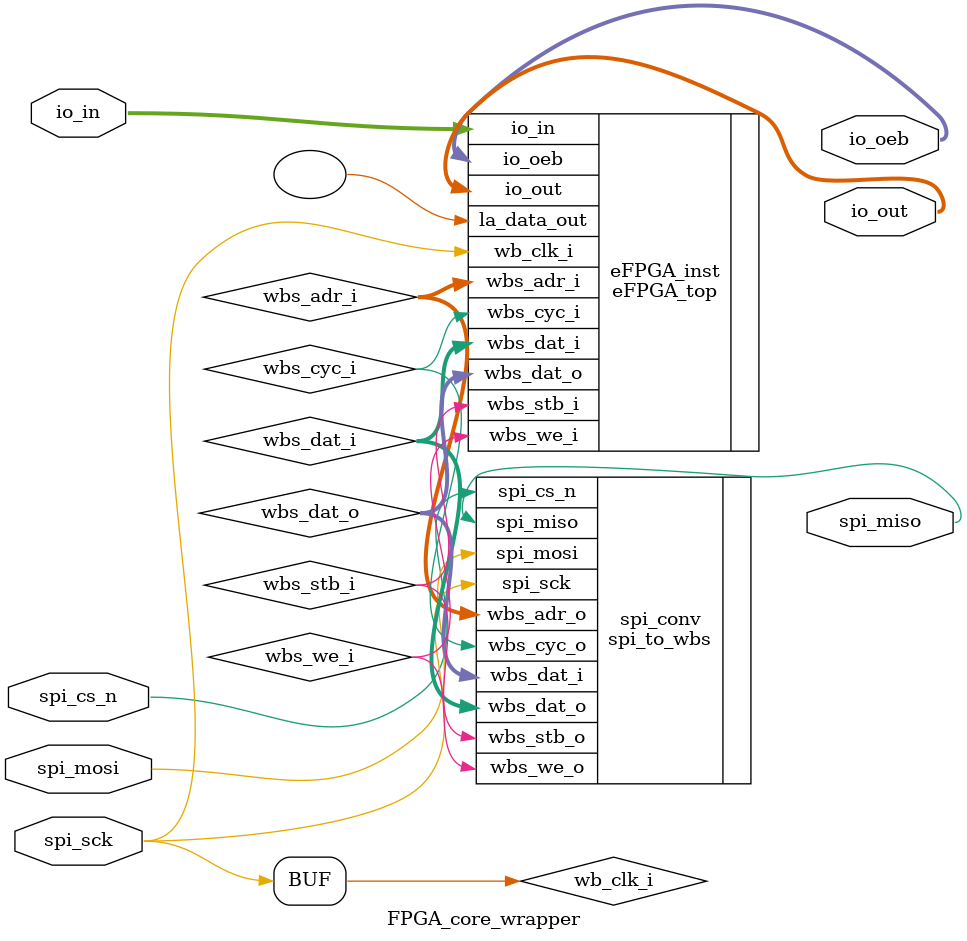
<source format=v>

module FPGA_core_wrapper (
    `ifdef USE_POWER_PINS
    input vccd1,    
    input vssd1,   
    `endif
    input spi_sck,      // SPI clock, also used as wb_clk_i
    input spi_mosi,     // SPI master out slave in
    output spi_miso, // SPI master in slave out
    input spi_cs_n,     // SPI chip select, active low

    // IOs
    input [30:0] io_in,
    output [30:0] io_out,
    output [30:0] io_oeb
);

    // spi_sck  Wishbone clock
    wire wb_clk_i = spi_sck;

    // Wishbone signals from spi_to_wbs
    wire wbs_stb_i;
    wire wbs_cyc_i;
    wire wbs_we_i;
    wire [31:0] wbs_dat_i;
    wire [31:0] wbs_adr_i;
    wire [31:0] wbs_dat_o;

    // Instantiate SPI to Wishbone converter
    spi_to_wbs spi_conv (
        `ifdef USE_POWER_PINS
        .vccd1(vccd1),
        .vssd1(vssd1),
        `endif
        .spi_sck(spi_sck),
        .spi_mosi(spi_mosi),
        .spi_miso(spi_miso),
        .spi_cs_n(spi_cs_n),
        .wbs_stb_o(wbs_stb_i),
        .wbs_cyc_o(wbs_cyc_i),
        .wbs_we_o(wbs_we_i),
        .wbs_dat_o(wbs_dat_i),
        .wbs_adr_o(wbs_adr_i),
        .wbs_dat_i(wbs_dat_o)
    );

    // Instantiate the eFPGA top module
    eFPGA_top eFPGA_inst (
`ifdef USE_POWER_PINS
        // Power and Ground
    .vccd1(vccd1),  
    .vssd1(vssd1)   
`endif
        // Wishbone
        .wb_clk_i(wb_clk_i),
        .wbs_stb_i(wbs_stb_i),
        .wbs_cyc_i(wbs_cyc_i),
        .wbs_we_i(wbs_we_i),
        .wbs_dat_i(wbs_dat_i),
        .wbs_adr_i(wbs_adr_i),
        .wbs_dat_o(wbs_dat_o),

        // Logic Analyzer - not connected
        .la_data_out(),

        // IOs
        .io_in(io_in),
        .io_out(io_out),
        .io_oeb(io_oeb)

);

endmodule
</source>
